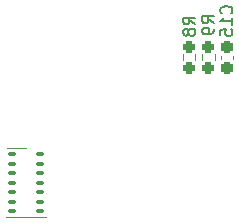
<source format=gbo>
G04 #@! TF.GenerationSoftware,KiCad,Pcbnew,7.0.2*
G04 #@! TF.CreationDate,2025-02-26T19:17:01+01:00*
G04 #@! TF.ProjectId,testESP32_2,74657374-4553-4503-9332-5f322e6b6963,rev?*
G04 #@! TF.SameCoordinates,Original*
G04 #@! TF.FileFunction,Legend,Bot*
G04 #@! TF.FilePolarity,Positive*
%FSLAX46Y46*%
G04 Gerber Fmt 4.6, Leading zero omitted, Abs format (unit mm)*
G04 Created by KiCad (PCBNEW 7.0.2) date 2025-02-26 19:17:01*
%MOMM*%
%LPD*%
G01*
G04 APERTURE LIST*
G04 Aperture macros list*
%AMRoundRect*
0 Rectangle with rounded corners*
0 $1 Rounding radius*
0 $2 $3 $4 $5 $6 $7 $8 $9 X,Y pos of 4 corners*
0 Add a 4 corners polygon primitive as box body*
4,1,4,$2,$3,$4,$5,$6,$7,$8,$9,$2,$3,0*
0 Add four circle primitives for the rounded corners*
1,1,$1+$1,$2,$3*
1,1,$1+$1,$4,$5*
1,1,$1+$1,$6,$7*
1,1,$1+$1,$8,$9*
0 Add four rect primitives between the rounded corners*
20,1,$1+$1,$2,$3,$4,$5,0*
20,1,$1+$1,$4,$5,$6,$7,0*
20,1,$1+$1,$6,$7,$8,$9,0*
20,1,$1+$1,$8,$9,$2,$3,0*%
G04 Aperture macros list end*
%ADD10C,0.150000*%
%ADD11C,0.120000*%
%ADD12RoundRect,0.237500X0.237500X-0.250000X0.237500X0.250000X-0.237500X0.250000X-0.237500X-0.250000X0*%
%ADD13RoundRect,0.237500X-0.237500X0.250000X-0.237500X-0.250000X0.237500X-0.250000X0.237500X0.250000X0*%
%ADD14RoundRect,0.237500X0.237500X-0.300000X0.237500X0.300000X-0.237500X0.300000X-0.237500X-0.300000X0*%
%ADD15R,1.700000X1.700000*%
%ADD16O,1.700000X1.700000*%
%ADD17RoundRect,0.087500X0.287500X0.087500X-0.287500X0.087500X-0.287500X-0.087500X0.287500X-0.087500X0*%
G04 APERTURE END LIST*
D10*
X202562619Y-64533333D02*
X202086428Y-64200000D01*
X202562619Y-63961905D02*
X201562619Y-63961905D01*
X201562619Y-63961905D02*
X201562619Y-64342857D01*
X201562619Y-64342857D02*
X201610238Y-64438095D01*
X201610238Y-64438095D02*
X201657857Y-64485714D01*
X201657857Y-64485714D02*
X201753095Y-64533333D01*
X201753095Y-64533333D02*
X201895952Y-64533333D01*
X201895952Y-64533333D02*
X201991190Y-64485714D01*
X201991190Y-64485714D02*
X202038809Y-64438095D01*
X202038809Y-64438095D02*
X202086428Y-64342857D01*
X202086428Y-64342857D02*
X202086428Y-63961905D01*
X202562619Y-65009524D02*
X202562619Y-65200000D01*
X202562619Y-65200000D02*
X202515000Y-65295238D01*
X202515000Y-65295238D02*
X202467380Y-65342857D01*
X202467380Y-65342857D02*
X202324523Y-65438095D01*
X202324523Y-65438095D02*
X202134047Y-65485714D01*
X202134047Y-65485714D02*
X201753095Y-65485714D01*
X201753095Y-65485714D02*
X201657857Y-65438095D01*
X201657857Y-65438095D02*
X201610238Y-65390476D01*
X201610238Y-65390476D02*
X201562619Y-65295238D01*
X201562619Y-65295238D02*
X201562619Y-65104762D01*
X201562619Y-65104762D02*
X201610238Y-65009524D01*
X201610238Y-65009524D02*
X201657857Y-64961905D01*
X201657857Y-64961905D02*
X201753095Y-64914286D01*
X201753095Y-64914286D02*
X201991190Y-64914286D01*
X201991190Y-64914286D02*
X202086428Y-64961905D01*
X202086428Y-64961905D02*
X202134047Y-65009524D01*
X202134047Y-65009524D02*
X202181666Y-65104762D01*
X202181666Y-65104762D02*
X202181666Y-65295238D01*
X202181666Y-65295238D02*
X202134047Y-65390476D01*
X202134047Y-65390476D02*
X202086428Y-65438095D01*
X202086428Y-65438095D02*
X201991190Y-65485714D01*
X200962619Y-64633333D02*
X200486428Y-64300000D01*
X200962619Y-64061905D02*
X199962619Y-64061905D01*
X199962619Y-64061905D02*
X199962619Y-64442857D01*
X199962619Y-64442857D02*
X200010238Y-64538095D01*
X200010238Y-64538095D02*
X200057857Y-64585714D01*
X200057857Y-64585714D02*
X200153095Y-64633333D01*
X200153095Y-64633333D02*
X200295952Y-64633333D01*
X200295952Y-64633333D02*
X200391190Y-64585714D01*
X200391190Y-64585714D02*
X200438809Y-64538095D01*
X200438809Y-64538095D02*
X200486428Y-64442857D01*
X200486428Y-64442857D02*
X200486428Y-64061905D01*
X200391190Y-65204762D02*
X200343571Y-65109524D01*
X200343571Y-65109524D02*
X200295952Y-65061905D01*
X200295952Y-65061905D02*
X200200714Y-65014286D01*
X200200714Y-65014286D02*
X200153095Y-65014286D01*
X200153095Y-65014286D02*
X200057857Y-65061905D01*
X200057857Y-65061905D02*
X200010238Y-65109524D01*
X200010238Y-65109524D02*
X199962619Y-65204762D01*
X199962619Y-65204762D02*
X199962619Y-65395238D01*
X199962619Y-65395238D02*
X200010238Y-65490476D01*
X200010238Y-65490476D02*
X200057857Y-65538095D01*
X200057857Y-65538095D02*
X200153095Y-65585714D01*
X200153095Y-65585714D02*
X200200714Y-65585714D01*
X200200714Y-65585714D02*
X200295952Y-65538095D01*
X200295952Y-65538095D02*
X200343571Y-65490476D01*
X200343571Y-65490476D02*
X200391190Y-65395238D01*
X200391190Y-65395238D02*
X200391190Y-65204762D01*
X200391190Y-65204762D02*
X200438809Y-65109524D01*
X200438809Y-65109524D02*
X200486428Y-65061905D01*
X200486428Y-65061905D02*
X200581666Y-65014286D01*
X200581666Y-65014286D02*
X200772142Y-65014286D01*
X200772142Y-65014286D02*
X200867380Y-65061905D01*
X200867380Y-65061905D02*
X200915000Y-65109524D01*
X200915000Y-65109524D02*
X200962619Y-65204762D01*
X200962619Y-65204762D02*
X200962619Y-65395238D01*
X200962619Y-65395238D02*
X200915000Y-65490476D01*
X200915000Y-65490476D02*
X200867380Y-65538095D01*
X200867380Y-65538095D02*
X200772142Y-65585714D01*
X200772142Y-65585714D02*
X200581666Y-65585714D01*
X200581666Y-65585714D02*
X200486428Y-65538095D01*
X200486428Y-65538095D02*
X200438809Y-65490476D01*
X200438809Y-65490476D02*
X200391190Y-65395238D01*
X204017380Y-63707142D02*
X204065000Y-63659523D01*
X204065000Y-63659523D02*
X204112619Y-63516666D01*
X204112619Y-63516666D02*
X204112619Y-63421428D01*
X204112619Y-63421428D02*
X204065000Y-63278571D01*
X204065000Y-63278571D02*
X203969761Y-63183333D01*
X203969761Y-63183333D02*
X203874523Y-63135714D01*
X203874523Y-63135714D02*
X203684047Y-63088095D01*
X203684047Y-63088095D02*
X203541190Y-63088095D01*
X203541190Y-63088095D02*
X203350714Y-63135714D01*
X203350714Y-63135714D02*
X203255476Y-63183333D01*
X203255476Y-63183333D02*
X203160238Y-63278571D01*
X203160238Y-63278571D02*
X203112619Y-63421428D01*
X203112619Y-63421428D02*
X203112619Y-63516666D01*
X203112619Y-63516666D02*
X203160238Y-63659523D01*
X203160238Y-63659523D02*
X203207857Y-63707142D01*
X204112619Y-64659523D02*
X204112619Y-64088095D01*
X204112619Y-64373809D02*
X203112619Y-64373809D01*
X203112619Y-64373809D02*
X203255476Y-64278571D01*
X203255476Y-64278571D02*
X203350714Y-64183333D01*
X203350714Y-64183333D02*
X203398333Y-64088095D01*
X203112619Y-65564285D02*
X203112619Y-65088095D01*
X203112619Y-65088095D02*
X203588809Y-65040476D01*
X203588809Y-65040476D02*
X203541190Y-65088095D01*
X203541190Y-65088095D02*
X203493571Y-65183333D01*
X203493571Y-65183333D02*
X203493571Y-65421428D01*
X203493571Y-65421428D02*
X203541190Y-65516666D01*
X203541190Y-65516666D02*
X203588809Y-65564285D01*
X203588809Y-65564285D02*
X203684047Y-65611904D01*
X203684047Y-65611904D02*
X203922142Y-65611904D01*
X203922142Y-65611904D02*
X204017380Y-65564285D01*
X204017380Y-65564285D02*
X204065000Y-65516666D01*
X204065000Y-65516666D02*
X204112619Y-65421428D01*
X204112619Y-65421428D02*
X204112619Y-65183333D01*
X204112619Y-65183333D02*
X204065000Y-65088095D01*
X204065000Y-65088095D02*
X204017380Y-65040476D01*
D11*
X202622500Y-67692224D02*
X202622500Y-67182776D01*
X201577500Y-67692224D02*
X201577500Y-67182776D01*
X199927500Y-67182776D02*
X199927500Y-67692224D01*
X200972500Y-67182776D02*
X200972500Y-67692224D01*
X204160000Y-67583767D02*
X204160000Y-67291233D01*
X203140000Y-67583767D02*
X203140000Y-67291233D01*
X186650000Y-75130000D02*
X185010000Y-75130000D01*
X184990000Y-80950000D02*
X188300000Y-80950000D01*
%LPC*%
D12*
X202100000Y-68350000D03*
X202100000Y-66525000D03*
D13*
X200450000Y-66525000D03*
X200450000Y-68350000D03*
D14*
X203650000Y-68300000D03*
X203650000Y-66575000D03*
D15*
X213800000Y-70650000D03*
D16*
X211260000Y-70650000D03*
X208720000Y-70650000D03*
X206180000Y-70650000D03*
X203640000Y-70650000D03*
X201100000Y-70650000D03*
X198560000Y-70650000D03*
X196020000Y-70650000D03*
X193480000Y-70650000D03*
X193480000Y-85890000D03*
X196020000Y-85890000D03*
X198560000Y-85890000D03*
X201100000Y-85890000D03*
X203640000Y-85890000D03*
X206180000Y-85890000D03*
X208720000Y-85890000D03*
X211260000Y-85890000D03*
D15*
X213800000Y-85890000D03*
X189350000Y-86350000D03*
D16*
X186810000Y-86350000D03*
D15*
X198100000Y-66550000D03*
D16*
X198100000Y-64010000D03*
D17*
X187850000Y-75650000D03*
X187850000Y-76450000D03*
X187850000Y-77250000D03*
X187850000Y-78050000D03*
X187850000Y-78850000D03*
X187850000Y-79650000D03*
X187850000Y-80450000D03*
X185450000Y-80450000D03*
X185450000Y-79650000D03*
X185450000Y-78850000D03*
X185450000Y-78050000D03*
X185450000Y-77250000D03*
X185450000Y-76450000D03*
X185450000Y-75650000D03*
%LPD*%
M02*

</source>
